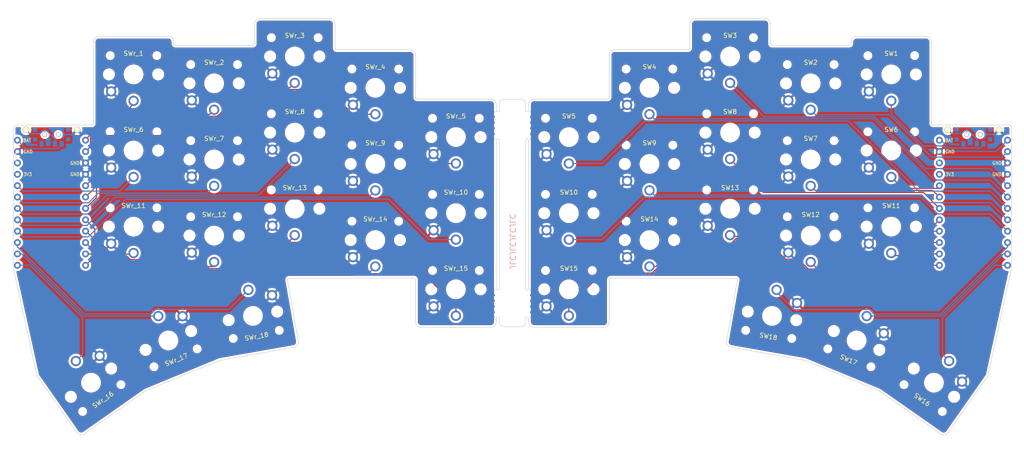
<source format=kicad_pcb>
(kicad_pcb (version 20211014) (generator pcbnew)
  (layers (0 "F.Cu" signal) (31 "B.Cu" signal) (34 "B.Paste" user) (35 "F.Paste" user) (36 "B.SilkS" user "B.Silkscreen") (37 "F.SilkS" user "F.Silkscreen") (38 "B.Mask" user) (39 "F.Mask" user) (44 "Edge.Cuts" user))
  (net 0 "")
  (net 1 "BT+")
  (net 2 "BT+_r")
  (net 3 "gnd")
  (net 4 "Switch1")
  (net 5 "Switch2")
  (net 6 "Switch3")
  (net 7 "Switch4")
  (net 8 "Switch5")
  (net 9 "Switch6")
  (net 10 "Switch7")
  (net 11 "Switch8")
  (net 12 "Switch9")
  (net 13 "Switch10")
  (net 14 "Switch11")
  (net 15 "Switch12")
  (net 16 "Switch13")
  (net 17 "Switch14")
  (net 18 "Switch15")
  (net 19 "Switch16")
  (net 20 "Switch17")
  (net 21 "Switch18")
  (net 22 "Switch1_r")
  (net 23 "Switch2_r")
  (net 24 "Switch3_r")
  (net 25 "Switch4_r")
  (net 26 "Switch5_r")
  (net 27 "Switch6_r")
  (net 28 "Switch7_r")
  (net 29 "Switch8_r")
  (net 30 "Switch9_r")
  (net 31 "Switch10_r")
  (net 32 "Switch11_r")
  (net 33 "Switch12_r")
  (net 34 "Switch13_r")
  (net 35 "Switch14_r")
  (net 36 "Switch15_r")
  (net 37 "Switch16_r")
  (net 38 "Switch17_r")
  (net 39 "Switch18_r")
  (net 41 "raw")
  (net 44 "reset")
  (net 46 "reset_r")
  (net 47 "gnd_r")
  (net 48 "raw_r")
  (footprint "kbd:1pin_conn" (layer "F.Cu") (at 250.105082 72.891423)
    (fp_text reference "Bat+1" hide)
    (fp_text value "MountingHole_Pad" hide)
  )
  (footprint "keyswitches:Khail_SW_sweep" (layer "F.Cu") (at 86.24822 96.52626)
    (fp_text reference "SWr_12")
    (fp_text value "SW_Push" hide)
  )
  (footprint "clipboard:2b471bad-edbf-44fe-a5a3-8940bcf5d975" (layer "F.Cu") (at 131.64566 66.02476)
    (fp_text reference "" hide)
    (fp_text value "" hide)
    (fp_arc (start 0 0) (mid -0.279058 -0.095266) (end -0.400406 -0.364011) (layer "Edge.Cuts") (width 0.12))
  )
  (footprint "keyswitches:Khail_SW_sweep" (layer "F.Cu") (at 58.7502 129.37744 -145)
    (fp_text reference "SWr_16")
    (fp_text value "SW_Push" hide)
  )
  (footprint "kbd:ProMicro_v3" (layer "F.Cu") (at 49.92114 89.7001)
    (fp_text reference "U2" hide)
    (fp_text value "ProMicro-kbd" hide)
  )
  (footprint "keyswitches:Khail_SW_sweep" (layer "F.Cu") (at 68.24822 94.52626)
    (fp_text reference "SWr_11")
    (fp_text value "SW_Push" hide)
  )
  (footprint "keyswitches:Khail_SW_sweep" (layer "F.Cu") (at 68.24822 77.52626)
    (fp_text reference "SWr_6")
    (fp_text value "SW_Push" hide)
  )
  (footprint "keyswitches:Khail_SW_sweep" (layer "F.Cu") (at 183.476942 63.527303)
    (fp_text reference "SW4")
    (fp_text value "SW_Push" hide)
  )
  (footprint "keyswitches:SW_SPDT" (layer "F.Cu") (at 49.94622 73.96134)
    (fp_text reference "SW_POWERR1" hide)
    (fp_text value "SW_SPDT")
  )
  (footprint "Keebio-Parts.pretty-master:breakaway-mousebites" (layer "F.Cu") (at 149.359877 71.918095 -90)
    (fp_text reference "H10" hide)
    (fp_text value "Mousebites" hide)
  )
  (footprint "keyswitches:Khail_SW_sweep" (layer "F.Cu") (at 165.476942 91.527303)
    (fp_text reference "SW10")
    (fp_text value "SW_Push" hide)
  )
  (footprint "keyswitches:Khail_SW_sweep" (layer "F.Cu") (at 104.24822 90.52626)
    (fp_text reference "SWr_13")
    (fp_text value "SW_Push" hide)
  )
  (footprint "Keebio-Parts.pretty-master:breakaway-mousebites" (layer "F.Cu") (at 149.358727 111.718095 -90)
    (fp_text reference "H1" hide)
    (fp_text value "Mousebites" hide)
  )
  (footprint "keyswitches:Khail_SW_sweep" (layer "F.Cu") (at 210.845042 114.461063 170)
    (fp_text reference "SW18")
    (fp_text value "SW_Push" hide)
  )
  (footprint "keyswitches:Khail_SW_sweep" (layer "F.Cu") (at 122.24822 63.52626)
    (fp_text reference "SWr_4")
    (fp_text value "SW_Push" hide)
  )
  (footprint "Keebio-Parts.pretty-master:breakaway-mousebites" (layer "F.Cu") (at 155.859877 111.728095 -90)
    (fp_text reference "H2" hide)
    (fp_text value "Mousebites" hide)
  )
  (footprint "clipboard:2b471bad-edbf-44fe-a5a3-8940bcf5d975" (layer "F.Cu") (at 102.62616 106.42854 -90)
    (fp_text reference "" hide)
    (fp_text value "" hide)
    (fp_arc (start 0 0) (mid -0.279058 -0.095266) (end -0.400406 -0.364011) (layer "Edge.Cuts") (width 0.12))
  )
  (footprint "keyswitches:Khail_SW_sweep" (layer "F.Cu") (at 183.476942 80.527303)
    (fp_text reference "SW9")
    (fp_text value "SW_Push" hide)
  )
  (footprint "keyswitches:Khail_SW_sweep" (layer "F.Cu") (at 140.24822 108.52626)
    (fp_text reference "SWr_15")
    (fp_text value "SW_Push" hide)
  )
  (footprint "kbd:1pin_conn" (layer "F.Cu") (at 55.65394 72.90054)
    (fp_text reference "BatGND2" hide)
    (fp_text value "MountingHole_Pad" hide)
  )
  (footprint "clipboard:2b471bad-edbf-44fe-a5a3-8940bcf5d975" (layer "F.Cu") (at 77.6478 54.0258)
    (fp_text reference "" hide)
    (fp_text value "" hide)
    (fp_arc (start 0 0) (mid -0.279058 -0.095266) (end -0.400406 -0.364011) (layer "Edge.Cuts") (width 0.12))
  )
  (footprint "keyswitches:Khail_SW_sweep" (layer "F.Cu") (at 104.24822 56.52626)
    (fp_text reference "SWr_3")
    (fp_text value "SW_Push" hide)
  )
  (footprint "keyswitches:Khail_SW_sweep" (layer "F.Cu") (at 237.476942 94.52626)
    (fp_text reference "SW11")
    (fp_text value "SW_Push" hide)
  )
  (footprint "kbd:ProMicro_v3" (layer "F.Cu") (at 255.836382 89.701143)
    (fp_text reference "U1" hide)
    (fp_text value "ProMicro-kbd" hide)
  )
  (footprint "clipboard:2b471bad-edbf-44fe-a5a3-8940bcf5d975" (layer "F.Cu") (at 113.64976 55.02656)
    (fp_text reference "" hide)
    (fp_text value "" hide)
    (fp_arc (start 0 0) (mid -0.279058 -0.095266) (end -0.400406 -0.364011) (layer "Edge.Cuts") (width 0.12))
  )
  (footprint "keyswitches:Khail_SW_sweep" (layer "F.Cu") (at 86.24822 79.52626)
    (fp_text reference "SWr_7")
    (fp_text value "SW_Push" hide)
  )
  (footprint "keyswitches:Khail_SW_sweep" (layer "F.Cu") (at 237.476942 60.52626)
    (fp_text reference "SW1")
    (fp_text value "SW_Push" hide)
  )
  (footprint "keyswitches:Khail_SW_sweep" (layer "F.Cu") (at 122.24822 97.52626)
    (fp_text reference "SWr_14")
    (fp_text value "SW_Push" hide)
  )
  (footprint "keyswitches:Khail_SW_sweep" (layer "F.Cu") (at 237.476942 77.52626)
    (fp_text reference "SW6")
    (fp_text value "SW_Push" hide)
  )
  (footprint "keyswitches:Khail_SW_sweep" (layer "F.Cu") (at 165.476942 74.527303)
    (fp_text reference "SW5")
    (fp_text value "SW_Push" hide)
  )
  (footprint "keyswitches:Khail_SW_sweep" (layer "F.Cu") (at 122.24822 80.52626)
    (fp_text reference "SWr_9")
    (fp_text value "SW_Push" hide)
  )
  (footprint "keyswitches:Khail_SW_sweep" (layer "F.Cu") (at 219.476942 79.527303)
    (fp_text reference "SW7")
    (fp_text value "SW_Push" hide)
  )
  (footprint "keyswitches:Khail_SW_sweep" (layer "F.Cu") (at 104.24822 73.52626)
    (fp_text reference "SWr_8")
    (fp_text value "SW_Push" hide)
  )
  (footprint "keyswitches:Khail_SW_sweep" (layer "F.Cu") (at 76.02728 119.9515 -157.5)
    (fp_text reference "SWr_17")
    (fp_text value "SW_Push" hide)
  )
  (footprint "kbd:1pin_conn" (layer "F.Cu") (at 44.2214 72.90054)
    (fp_text reference "Bat+r1" hide)
    (fp_text value "MountingHole_Pad" hide)
  )
  (footprint "keyswitches:Khail_SW_sweep" (layer "F.Cu") (at 165.476942 108.527303)
    (fp_text reference "SW15")
    (fp_text value "SW_Push" hide)
  )
  (footprint "keyswitches:Khail_SW_sweep" (layer "F.Cu") (at 140.24822 91.52626)
    (fp_text reference "SWr_10")
    (fp_text value "SW_Push" hide)
  )
  (footprint "keyswitches:Khail_SW_sweep" (layer "F.Cu") (at 219.476942 62.527303)
    (fp_text reference "SW2")
    (fp_text value "SW_Push" hide)
  )
  (footprint "keyswitches:Khail_SW_sweep" (layer "F.Cu") (at 140.24822 74.52626)
    (fp_text reference "SWr_5")
    (fp_text value "SW_Push" hide)
  )
  (footprint "keyswitches:Khail_SW_sweep" (layer "F.Cu") (at 68.24822 60.52626)
    (fp_text reference "SWr_1")
    (fp_text value "SW_Push" hide)
  )
  (footprint "clipboard:2b471bad-edbf-44fe-a5a3-8940bcf5d975" (layer "F.Cu") (at 95.25254 53.62448 90)
    (fp_text reference "" hide)
    (fp_text value "" hide)
    (fp_arc (start 0 0) (mid -0.279058 -0.095266) (end -0.400406 -0.364011) (layer "Edge.Cuts") (width 0.12))
  )
  (footprint "keyswitches:Khail_SW_sweep" (layer "F.Cu") (at 86.24822 62.52626)
    (fp_text reference "SWr_2")
    (fp_text value "SW_Push" hide)
  )
  (footprint "keyswitches:Khail_SW_sweep" (layer "F.Cu") (at 201.476942 90.527303)
    (fp_text reference "SW13")
    (fp_text value "SW_Push" hide)
  )
  (footprint "keyswitches:Khail_SW_sweep" (layer "F.Cu") (at 201.476942 56.527303)
    (fp_text reference "SW3")
    (fp_text value "SW_Push" hide)
  )
  (footprint "clipboard:2b471bad-edbf-44fe-a5a3-8940bcf5d975" (layer "F.Cu") (at 59.25312 71.43496 90)
    (fp_text reference "" hide)
    (fp_text value "" hide)
    (fp_arc (start 0 0) (mid -0.279058 -0.095266) (end -0.400406 -0.364011) (layer "Edge.Cuts") (width 0.12))
  )
  (footprint "keyswitches:SW_SPDT" (layer "F.Cu") (at 255.822982 73.945523)
    (fp_text reference "SW_POWER1" hide)
    (fp_text value "SW_SPDT")
  )
  (footprint "keyswitches:Khail_SW_sweep" (layer "F.Cu") (at 94.91472 114.46002 -170)
    (fp_text reference "SWr_18")
    (fp_text value "SW_Push" hide)
  )
  (footprint "keyswitches:Khail_SW_sweep" (layer "F.Cu") (at 183.476942 97.527303)
    (fp_text reference "SW14")
    (fp_text value "SW_Push" hide)
  )
  (footprint "keyswitches:Khail_SW_sweep" (layer "F.Cu") (at 201.476942 73.527303)
    (fp_text reference "SW8")
    (fp_text value "SW_Push" hide)
  )
  (footprint "Keebio-Parts.pretty-master:breakaway-mousebites" (layer "F.Cu") (at 155.868727 71.908095 -90)
    (fp_text reference "H9" hide)
    (fp_text value "Mousebites" hide)
  )
  (footprint "keyswitches:Khail_SW_sweep" (layer "F.Cu") (at 247.009562 129.378483 145)
    (fp_text reference "SW16")
    (fp_text value "SW_Push" hide)
  )
  (footprint "keyswitches:Khail_SW_sweep" (layer "F.Cu") (at 229.732482 119.952543 157.5)
    (fp_text reference "SW17")
    (fp_text value "SW_Push" hide)
  )
  (footprint "keyswitches:Khail_SW_sweep" (layer "F.Cu") (at 219.476942 96.527303)
    (fp_text reference "SW12")
    (fp_text value "SW_Push" hide)
  )
  (footprint "kbd:1pin_conn" (layer "F.Cu") (at 261.539422 72.899043)
    (fp_text reference "BatGND1" hide)
    (fp_text value "MountingHole_Pad" hide)
  )
  (footprint "clipboard:2b471bad-edbf-44fe-a5a3-8940bcf5d975" (layer "F.Cu") (at 130.852117 106.026574 180)
    (fp_text reference "" hide)
    (fp_text value "" hide)
    (fp_arc (start 0 0) (mid -0.279058 -0.095266) (end -0.400406 -0.364011) (layer "Edge.Cuts") (width 0.12))
  )
  (footprint "clipboard:2b471bad-edbf-44fe-a5a3-8940bcf5d975" (layer "B.Cu") (at 174.883919 106.026574)
    (fp_text reference "" hide)
    (fp_text value "" hide)
    (fp_arc (start -0.400406 0.364011) (mid -0.279058 0.095266) (end 0 0) (layer "Edge.Cuts") (width 0.12))
  )
  (footprint "clipboard:2b471bad-edbf-44fe-a5a3-8940bcf5d975" (layer "B.Cu") (at 192.086276 55.02656 180)
    (fp_text reference "" hide)
    (fp_text value "" hide)
    (fp_arc (start -0.400406 0.364011) (mid -0.279058 0.095266) (end 0 0) (layer "Edge.Cuts") (width 0.12))
  )
  (footprint "clipboard:2b471bad-edbf-44fe-a5a3-8940bcf5d975" (layer "B.Cu") (at 246.482916 71.43496 90)
    (fp_text reference "" hide)
    (fp_text value "" hide)
    (fp_arc (start -0.400406 0.364011) (mid -0.279058 0.095266) (end 0 0) (layer "Edge.Cuts") (width 0.12))
  )
  (footprint "clipboard:2b471bad-edbf-44fe-a5a3-8940bcf5d975" (layer "B.Cu") (at 228.088236 54.0258 180)
    (fp_text reference "" hide)
    (fp_text value "" hide)
    (fp_arc (start -0.400406 0.364011) (mid -0.279058 0.095266) (end 0 0) (layer "Edge.Cuts") (width 0.12))
  )
  (footprint "clipboard:2b471bad-edbf-44fe-a5a3-8940bcf5d975" (layer "B.Cu") (at 210.483496 53.62448 90)
    (fp_text reference "" hide)
    (fp_text value "" hide)
    (fp_arc (start -0.400406 0.364011) (mid -0.279058 0.095266) (end 0 0) (layer "Edge.Cuts") (width 0.12))
  )
  (footprint "clipboard:2b471bad-edbf-44fe-a5a3-8940bcf5d975" (layer "B.Cu") (at 174.090376 66.02476 180)
    (fp_text reference "" hide)
    (fp_text value "" hide)
    (fp_arc (start -0.400406 0.364011) (mid -0.279058 0.095266) (end 0 0) (layer "Edge.Cuts") (width 0.12))
  )
  (footprint "clipboard:2b471bad-edbf-44fe-a5a3-8940bcf5d975" (layer "B.Cu") (at 203.109876 106.42854 -90)
    (fp_text reference "" hide)
    (fp_text value "" hide)
    (fp_arc (start -0.400406 0.364011) (mid -0.279058 0.095266) (end 0 0) (layer "Edge.Cuts") (width 0.12))
  )
  (gr_line (start 247.89892 80.31353) (end 247.89892 77.74051) (layer "F.SilkS") (width 0.15))
  (gr_line (start 41.98366 80.31226) (end 41.98366 77.73924) (layer "F.SilkS") (width 0.15))
  (gr_line (start 156.488176 68.555233) (end 156.490716 67.26682) (layer "Edge.Cuts") (width 0.12))
  (gr_line (start 41.38556 96.05772) (end 41.37356 103.67772) (layer "Edge.Cuts") (width 0.12))
  (gr_line (start 155.774436 67) (end 155.772027 68.555233) (layer "Edge.Cuts") (width 0.12))
  (gr_curve (pts (xy 149.605945 74.91405) (xy 149.803698 74.91405) (xy 149.964009 75.07436) (xy 149.964009 75.272113)) (layer "Edge.Cuts") (width 0.12))
  (gr_curve (pts (xy 149.964009 75.272113) (xy 149.964009 75.272113) (xy 149.964009 108.369749) (xy 149.964009 108.369749)) (layer "Edge.Cuts") (width 0.12))
  (gr_line (start 264.362476 103.67772) (end 264.350476 96.05772) (layer "Edge.Cuts") (width 0.12))
  (gr_line (start 157.725156 66.02476) (end 174.090376 66.02476) (layer "Edge.Cuts") (width 0.12))
  (gr_line (start 77.6478 54.0258) (end 94.888529 54.024886) (layer "Edge.Cuts") (width 0.12))
  (gr_arc (start 59.25312 53.26126) (mid 59.618489 52.386801) (end 60.49518 52.02682) (layer "Edge.Cuts") (width 0.12))
  (gr_arc (start 174.489156 56.26862) (mid 174.849138 55.39193) (end 175.723596 55.02656) (layer "Edge.Cuts") (width 0.12))
  (gr_curve (pts (xy 156.488176 75.272113) (xy 156.488176 75.07436) (xy 156.327866 74.91405) (xy 156.130113 74.91405)) (layer "Edge.Cuts") (width 0.12))
  (gr_line (start 57.26938 140.7922) (end 70.9422 131.2164) (layer "Edge.Cuts") (width 0.12))
  (gr_line (start 130.852117 106.026574) (end 102.990171 106.028134) (layer "Edge.Cuts") (width 0.12))
  (gr_arc (start 57.26938 140.7922) (mid 56.347491 140.997295) (end 55.550384 140.490772) (layer "Edge.Cuts") (width 0.12))
  (gr_arc (start 95.25508 49.26076) (mid 95.62045 48.386302) (end 96.49714 48.02632) (layer "Edge.Cuts") (width 0.12))
  (gr_curve (pts (xy 149.24786 75.272113) (xy 149.24786 75.07436) (xy 149.40817 74.91405) (xy 149.605923 74.91405)) (layer "Edge.Cuts") (width 0.12))
  (gr_arc (start 76.013881 52.027211) (mid 76.888339 52.392581) (end 77.248321 53.269271) (layer "Edge.Cuts") (width 0.12))
  (gr_curve (pts (xy 149.24786 108.369749) (xy 149.24786 108.369749) (xy 149.24786 75.272113) (xy 149.24786 75.272113)) (layer "Edge.Cuts") (width 0.12))
  (gr_arc (start 46.8122 128.01854) (mid 46.682962 127.788809) (end 46.601316 127.538185) (layer "Edge.Cuts") (width 0.12))
  (gr_line (start 202.745865 106.028134) (end 174.883919 106.026574) (layer "Edge.Cuts") (width 0.12))
  (gr_arc (start 157.730236 117.02542) (mid 156.853546 116.665438) (end 156.488176 115.79098) (layer "Edge.Cuts") (width 0.12))
  (gr_arc (start 149.24786 115.79098) (mid 148.88249 116.665438) (end 148.0058 117.02542) (layer "Edge.Cuts") (width 0.12))
  (gr_line (start 263.600476 71.83572) (end 246.846927 71.835366) (layer "Edge.Cuts") (width 0.12))
  (gr_line (start 41.38556 72.58572) (end 41.38556 80.56372) (layer "Edge.Cuts") (width 0.12))
  (gr_line (start 264.350476 80.56372) (end 264.350476 72.58572) (layer "Edge.Cuts") (width 0.12))
  (gr_line (start 105.03154 120.04997) (end 102.62616 106.42854) (layer "Edge.Cuts") (width 0.12))
  (gr_curve (pts (xy 149.605945 114.728566) (xy 149.803698 114.728566) (xy 149.964009 114.888876) (xy 149.964009 115.086629)) (layer "Edge.Cuts") (width 0.12))
  (gr_arc (start 228.487715 53.269271) (mid 228.847697 52.392581) (end 229.722155 52.027211) (layer "Edge.Cuts") (width 0.12))
  (gr_arc (start 148.01088 66.02476) (mid 148.885338 66.39013) (end 149.24532 67.26682) (layer "Edge.Cuts") (width 0.12))
  (gr_line (start 229.722155 52.027211) (end 245.240856 52.02682) (layer "Edge.Cuts") (width 0.12))
  (gr_curve (pts (xy 154.877568 66.11277) (xy 154.877568 66.11277) (xy 150.84883 66.11277) (xy 150.84883 66.11277)) (layer "Edge.Cuts") (width 0.12))
  (gr_line (start 203.109876 106.42854) (end 200.704496 120.04997) (layer "Edge.Cuts") (width 0.12))
  (gr_curve (pts (xy 149.964009 108.369749) (xy 149.964009 108.567502) (xy 149.803698 108.727813) (xy 149.605945 108.727813)) (layer "Edge.Cuts") (width 0.12))
  (gr_line (start 46.8122 128.01854) (end 55.550384 140.490772) (layer "Edge.Cuts") (width 0.12))
  (gr_line (start 59.25312 71.43496) (end 59.25312 53.26126) (layer "Edge.Cuts") (width 0.12))
  (gr_line (start 87.55126 124.37872) (end 104.032549 121.48312) (layer "Edge.Cuts") (width 0.12))
  (gr_curve (pts (xy 150.853649 116.88723) (xy 150.853649 116.88723) (xy 154.882387 116.88723) (xy 154.882387 116.88723)) (layer "Edge.Cuts") (width 0.12))
  (gr_line (start 113.24844 49.26838) (end 113.249354 54.662549) (layer "Edge.Cuts") (width 0.12))
  (gr_line (start 96.49714 48.02632) (end 112.014 48.02632) (layer "Edge.Cuts") (width 0.12))
  (gr_curve (pts (xy 149.605923 68.913296) (xy 149.40817 68.913296) (xy 149.24786 68.752986) (xy 149.24786 68.555233)) (layer "Edge.Cuts") (width 0.12))
  (gr_line (start 173.252176 117.02542) (end 157.730236 117.02542) (layer "Edge.Cuts") (width 0.12))
  (gr_arc (start 201.703487 121.48312) (mid 200.906604 120.973842) (end 200.704496 120.04997) (layer "Edge.Cuts") (width 0.12))
  (gr_line (start 95.25254 53.62448) (end 95.25508 49.26076) (layer "Edge.Cuts") (width 0.12))
  (gr_curve (pts (xy 149.24786 115.086629) (xy 149.24786 114.888876) (xy 149.40817 114.728566) (xy 149.605923 114.728566)) (layer "Edge.Cuts") (width 0.12))
  (gr_curve (pts (xy 155.772027 75.272113) (xy 155.772027 75.272113) (xy 155.772027 108.369749) (xy 155.772027 108.369749)) (layer "Edge.Cuts") (width 0.12))
  (gr_line (start 131.24688 56.26862) (end 131.245254 65.660749) (layer "Edge.Cuts") (width 0.12))
  (gr_line (start 175.723596 55.02656) (end 192.086276 55.02656) (layer "Edge.Cuts") (width 0.12))
  (gr_curve (pts (xy 156.130113 108.727813) (xy 156.327866 108.727813) (xy 156.488176 108.567502) (xy 156.488176 108.369749)) (layer "Edge.Cuts") (width 0.12))
  (gr_line (start 264.350476 96.05772) (end 264.350476 88.69172) (layer "Edge.Cuts") (width 0.12))
  (gr_line (start 41.38556 88.69172) (end 41.38556 96.05772) (layer "Edge.Cuts") (width 0.12))
  (gr_line (start 174.483513 106.390585) (end 174.486616 115.78336) (layer "Edge.Cuts") (width 0.12))
  (gr_arc (start 174.486616 115.78336) (mid 174.126634 116.66005) (end 173.252176 117.02542) (layer "Edge.Cuts") (width 0.12))
  (gr_arc (start 112.014 48.02632) (mid 112.888458 48.39169) (end 113.24844 49.26838) (layer "Edge.Cuts") (width 0.12))
  (gr_arc (start 130.01244 55.02656) (mid 130.886898 55.39193) (end 131.24688 56.26862) (layer "Edge.Cuts") (width 0.12))
  (gr_arc (start 245.240856 52.02682) (mid 246.117547 52.386801) (end 246.482916 53.26126) (layer "Edge.Cuts") (width 0.12))
  (gr_line (start 201.703487 121.48312) (end 218.184776 124.37872) (layer "Edge.Cuts") (width 0.12))
  (gr_arc (start 132.48386 117.02542) (mid 131.609402 116.66005) (end 131.24942 115.78336) (layer "Edge.Cuts") (width 0.12))
  (gr_arc (start 156.490716 67.26682) (mid 156.850698 66.39013) (end 157.725156 66.02476) (layer "Edge.Cuts") (width 0.12))
  (gr_line (start 149.966418 116) (end 149.964009 115.086629) (layer "Edge.Cuts") (width 0.12))
  (gr_arc (start 192.487596 49.26838) (mid 192.847578 48.39169) (end 193.722036 48.02632) (layer "Edge.Cuts") (width 0.12))
  (gr_line (start 174.490782 65.660749) (end 174.489156 56.26862) (layer "Edge.Cuts") (width 0.12))
  (gr_line (start 149.24532 67.26682) (end 149.24786 68.555233) (layer "Edge.Cuts") (width 0.12))
  (gr_line (start 218.184776 124.37872) (end 234.793836 131.2164) (layer "Edge.Cuts") (width 0.12))
  (gr_arc (start 209.238896 48.02632) (mid 210.115586 48.386302) (end 210.480956 49.26076) (layer "Edge.Cuts") (width 0.12))
  (gr_curve (pts (xy 156.130113 68.913296) (xy 156.327866 68.913296) (xy 156.488176 68.752986) (xy 156.488176 68.555233)) (layer "Edge.Cuts") (width 0.12))
  (gr_line (start 193.722036 48.02632) (end 209.238896 48.02632) (layer "Edge.Cuts") (width 0.12))
  (gr_line (start 58.889109 71.835366) (end 42.13556 71.83572) (layer "Edge.Cuts") (width 0.12))
  (gr_curve (pts (xy 156.488176 108.369749) (xy 156.488176 108.369749) (xy 156.488176 75.272113) (xy 156.488176 75.272113)) (layer "Edge.Cuts") (width 0.12))
  (gr_line (start 149.964009 68.555233) (end 149.9616 67) (layer "Edge.Cuts") (width 0.12))
  (gr_line (start 149.24786 115.086629) (end 149.24786 115.79098) (layer "Edge.Cuts") (width 0.12))
  (gr_curve (pts (xy 155.769618 116) (xy 155.769618 116.490003) (xy 155.372391 116.88723) (xy 154.882387 116.88723)) (layer "Edge.Cuts") (width 0.12))
  (gr_line (start 259.13472 127.538185) (end 264.362476 103.67772) (layer "Edge.Cuts") (width 0.12))
  (gr_line (start 192.486682 54.662549) (end 192.487596 49.26838) (layer "Edge.Cuts") (width 0.12))
  (gr_arc (start 105.03154 120.04997) (mid 104.829432 120.973842) (end 104.032549 121.48312) (layer "Edge.Cuts") (width 0.12))
  (gr_line (start 228.488642 53.661789) (end 228.487715 53.269271) (layer "Edge.Cuts") (width 0.12))
  (gr_curve (pts (xy 156.130091 114.728566) (xy 155.932338 114.728566) (xy 155.772027 114.888876) (xy 155.772027 115.086629)) (layer "Edge.Cuts") (width 0.12))
  (gr_curve (pts (xy 154.887206 66.11277) (xy 155.37721 66.11277) (xy 155.774436 66.509997) (xy 155.774436 67)) (layer "Edge.Cuts") (width 0.12))
  (gr_curve (pts (xy 156.488176 115.086629) (xy 156.488176 114.888876) (xy 156.327866 114.728566) (xy 156.130113 114.728566)) (layer "Edge.Cuts") (width 0.12))
  (gr_curve (pts (xy 155.772027 68.555233) (xy 155.772027 68.752986) (xy 155.932338 68.913296) (xy 156.130091 68.913296)) (layer "Edge.Cuts") (width 0.12))
  (gr_curve (pts (xy 149.605923 108.727813) (xy 149.40817 108.727813) (xy 149.24786 108.567502) (xy 149.24786 108.369749)) (layer "Edge.Cuts") (width 0.12))
  (gr_line (start 77.248321 53.269271) (end 77.247394 53.661789) (layer "Edge.Cuts") (width 0.12))
  (gr_curve (pts (xy 150.84883 66.11277) (xy 150.358826 66.11277) (xy 149.9616 66.509997) (xy 149.9616 67)) (layer "Edge.Cuts") (width 0.12))
  (gr_arc (start 250.185652 140.490772) (mid 249.388546 140.997295) (end 248.466656 140.7922) (layer "Edge.Cuts") (width 0.12))
  (gr_line (start 264.350476 88.69172) (end 264.350476 80.56372) (layer "Edge.Cuts") (width 0.12))
  (gr_arc (start 259.13472 127.538185) (mid 259.053074 127.788809) (end 258.923836 128.01854) (layer "Edge.Cuts") (width 0.12))
  (gr_line (start 70.9422 131.2164) (end 87.55126 124.37872) (layer "Edge.Cuts") (width 0.12))
  (gr_line (start 113.64976 55.02656) (end 130.01244 55.02656) (layer "Edge.Cuts") (width 0.12))
  (gr_line (start 148.0058 117.02542) (end 132.48386 117.02542) (layer "Edge.Cuts") (width 0.12))
  (gr_line (start 210.480956 49.26076) (end 210.483496 53.62448) (layer "Edge.Cuts") (width 0.12))
  (gr_curve (pts (xy 155.772027 108.369749) (xy 155.772027 108.567502) (xy 155.932338 108.727813) (xy 156.130091 108.727813)) (layer "Edge.Cuts") (width 0.12))
  (gr_line (start 41.37356 103.67772) (end 46.601316 127.538185) (layer "Edge.Cuts") (width 0.12))
  (gr_line (start 234.793836 131.2164) (end 248.466656 140.7922) (layer "Edge.Cuts") (width 0.12))
  (gr_line (start 246.482916 53.26126) (end 246.482916 71.43496) (layer "Edge.Cuts") (width 0.12))
  (gr_arc (start 41.38556 72.58572) (mid 41.60523 72.05539) (end 42.13556 71.83572) (layer "Edge.Cuts") (width 0.12))
  (gr_curve (pts (xy 149.964009 68.555233) (xy 149.964009 68.752986) (xy 149.803698 68.913296) (xy 149.605945 68.913296)) (layer "Edge.Cuts") (width 0.12))
  (gr_line (start 156.488176 115.79098) (end 156.488176 115.086629) (layer "Edge.Cuts") (width 0.12))
  (gr_line (start 131.64566 66.02476) (end 148.01088 66.02476) (layer "Edge.Cuts") (width 0.12))
  (gr_line (start 41.38556 80.56372) (end 41.38556 88.69172) (layer "Edge.Cuts") (width 0.12))
  (gr_line (start 250.185652 140.490772) (end 258.923836 128.01854) (layer "Edge.Cuts") (width 0.12))
  (gr_curve (pts (xy 149.966418 116) (xy 149.966418 116.490003) (xy 150.363645 116.88723) (xy 150.853649 116.88723)) (layer "Edge.Cuts") (width 0.12))
  (gr_arc (start 263.600476 71.83572) (mid 264.130825 72.055371) (end 264.350476 72.58572) (layer "Edge.Cuts") (width 0.12))
  (gr_line (start 60.49518 52.02682) (end 76.013881 52.027211) (layer "Edge.Cuts") (width 0.12))
  (gr_curve (pts (xy 156.130091 74.91405) (xy 155.932338 74.91405) (xy 155.772027 75.07436) (xy 155.772027 75.272113)) (layer "Edge.Cuts") (width 0.12))
  (gr_line (start 210.847507 54.024886) (end 228.088236 54.0258) (layer "Edge.Cuts") (width 0.12))
  (gr_line (start 155.772027 115.086629) (end 155.769618 116) (layer "Edge.Cuts") (width 0.12))
  (gr_line (start 131.24942 115.78336) (end 131.252523 106.390585) (layer "Edge.Cuts") (width 0.12))
  (gr_text "JLCJLCJLCJLC" (at 152.91308 97.85858 -90) (layer "B.SilkS") (effects (font (size 1.2 1.2) (thickness 0.2)) (justify mirror)))
  (segment (start 256.572982 76.020523) (end 256.572982 74.911783) (width 0.25) (layer "B.Cu") (net 1))
  (segment (start 256.572982 74.911783) (end 254.782201 73.121002) (width 0.25) (layer "B.Cu") (net 1))
  (segment (start 254.782201 73.121002) (end 253.865843 73.121002) (width 0.25) (layer "B.Cu") (net 1))
  (segment (start 253.239442 73.747403) (end 250.961062 73.747403) (width 0.25) (layer "B.Cu") (net 1))
  (segment (start 250.961062 73.747403) (end 250.105082 72.891423) (width 0.25) (layer "B.Cu") (net 1))
  (segment (start 253.865843 73.121002) (end 253.239442 73.747403) (width 0.25) (layer "B.Cu") (net 1))
  (segment (start 50.69622 74.95576) (end 48.877279 73.136819) (width 0.25) (layer "B.Cu") (net 2))
  (segment (start 45.05222 73.7616) (end 44.2318 72.94118) (width 0.25) (layer "B.Cu") (net 2))
  (segment (start 47.36338 73.7616) (end 45.05222 73.7616) (width 0.25) (layer "B.Cu") (net 2))
  (segment (start 47.988161 73.136819) (end 47.36338 73.7616) (width 0.25) (layer "B.Cu") (net 2))
  (segment (start 48.877279 73.136819) (end 47.988161 73.136819) (width 0.25) (layer "B.Cu") (net 2))
  (segment (start 50.69622 76.03634) (end 50.69622 74.95576) (width 0.25) (layer "B.Cu") (net 2))
  (segment (start 237.476912 66.427032) (end 237.476912 69.348833) (width 0.25) (layer "B.Cu") (net 4))
  (segment (start 260.954545 77.71638) (end 263.447782 75.223143) (width 0.25) (layer "B.Cu") (net 4))
  (segment (start 244.641542 76.513463) (end 249.233144 76.513463) (width 0.25) (layer "B.Cu") (net 4))
  (segment (start 250.436061 77.71638) (end 260.954545 77.71638) (width 0.25) (layer "B.Cu") (net 4))
  (segment (start 249.233144 76.513463) (end 250.436061 77.71638) (width 0.25) (layer "B.Cu") (net 4))
  (segment (start 237.476912 69.348833) (end 244.641542 76.513463) (width 0.25) (layer "B.Cu") (net 4))
  (segment (start 220.593863 69.543983) (end 237.036344 69.543983) (width 0.25) (layer "B.Cu") (net 5))
  (segment (start 237.036344 69.543983) (end 246.488901 78.99654) (width 0.25) (layer "B.Cu") (net 5))
  (segment (start 262.214385 78.99654) (end 263.447782 77.763143) (width 0.25) (layer "B.Cu") (net 5))
  (segment (start 246.488901 78.99654) (end 262.214385 78.99654) (width 0.25) (layer "B.Cu") (net 5))
  (segment (start 219.476912 68.427032) (end 220.593863 69.543983) (width 0.25) (layer "B.Cu") (net 5))
  (segment (start 259.620002 81.555363) (end 263.447782 85.383143) (width 0.25) (layer "B.Cu") (net 6))
  (segment (start 233.691822 69.993503) (end 245.253682 81.555363) (width 0.25) (layer "B.Cu") (net 6))
  (segment (start 201.476912 62.427032) (end 209.043383 69.993503) (width 0.25) (layer "B.Cu") (net 6))
  (segment (start 209.043383 69.993503) (end 233.691822 69.993503) (width 0.25) (layer "B.Cu") (net 6))
  (segment (start 245.253682 81.555363) (end 259.620002 81.555363) (width 0.25) (layer "B.Cu") (net 6))
  (segment (start 247.190984 84.128383) (end 259.653022 84.128383) (width 0.25) (layer "B.Cu") (net 7))
  (segment (start 233.505624 70.443023) (end 247.190984 84.128383) (width 0.25) (layer "B.Cu") (net 7))
  (segment (start 184.492903 70.443023) (end 233.505624 70.443023) (width 0.25) (layer "B.Cu") (net 7))
  (segment (start 183.476912 69.427032) (end 184.492903 70.443023) (width 0.25) (layer "B.Cu") (net 7))
  (segment (start 259.653022 84.128383) (end 263.447782 87.923143) (width 0.25) (layer "B.Cu") (net 7))
  (segment (start 172.942993 80.427032) (end 177.387091 75.982934) (width 0.25) (layer "B.Cu") (net 8))
  (segment (start 243.605222 86.615043) (end 259.599682 86.615043) (width 0.25) (layer "B.Cu") (net 8))
  (segment (start 182.477483 70.892543) (end 227.882722 70.892543) (width 0.25) (layer "B.Cu") (net 8))
  (segment (start 177.387091 75.982934) (end 177.387091 75.966739) (width 0.25) (layer "B.Cu") (net 8))
  (segment (start 165.476912 80.427032) (end 172.942993 80.427032) (width 0.25) (layer "B.Cu") (net 8))
  (segment (start 177.896619 75.457211) (end 177.912815 75.457211) (width 0.25) (layer "B.Cu") (net 8))
  (segment (start 177.912815 75.457211) (end 182.477483 70.892543) (width 0.25) (layer "B.Cu") (net 8))
  (segment (start 259.599682 86.615043) (end 263.447782 90.463143) (width 0.25) (layer "B.Cu") (net 8))
  (segment (start 227.882722 70.892543) (end 243.605222 86.615043) (width 0.25) (layer "B.Cu") (net 8))
  (segment (start 177.387091 75.966739) (end 177.896619 75.457211) (width 0.25) (layer "B.Cu") (net 8))
  (segment (start 240.0365 85.98662) (end 247.624305 85.98662) (width 0.25) (layer "F.Cu") (net 9))
  (segment (start 237.476912 83.427032) (end 240.0365 85.98662) (width 0.25) (layer "F.Cu") (net 9))
  (segment (start 247.624305 85.98662) (end 248.227782 85.383143) (width 0.25) (layer "F.Cu") (net 9))
  (segment (start 220.49376 86.44388) (end 246.748519 86.44388) (width 0.25) (layer "F.Cu") (net 10))
  (segment (start 246.748519 86.44388) (end 248.227782 87.923143) (width 0.25) (layer "F.Cu") (net 10))
  (segment (start 219.476912 85.427032) (end 220.49376 86.44388) (width 0.25) (layer "F.Cu") (net 10))
  (segment (start 208.942423 86.892543) (end 220.222223 86.892543) (width 0.25) (layer "F.Cu") (net 11))
  (segment (start 220.22308 86.8934) (end 244.658039 86.8934) (width 0.25) (layer "F.Cu") (net 11))
  (segment (start 220.222223 86.892543) (end 220.22308 86.8934) (width 0.25) (layer "F.Cu") (net 11))
  (segment (start 244.658039 86.8934) (end 248.227782 90.463143) (width 0.25) (layer "F.Cu") (net 11))
  (segment (start 201.476912 79.427032) (end 208.942423 86.892543) (width 0.25) (layer "F.Cu") (net 11))
  (segment (start 245.998011 89.175363) (end 259.620002 89.175363) (width 0.25) (layer "B.Cu") (net 12))
  (segment (start 259.620002 89.175363) (end 263.447782 93.003143) (width 0.25) (layer "B.Cu") (net 12))
  (segment (start 183.476912 86.427032) (end 184.492903 87.443023) (width 0.25) (layer "B.Cu") (net 12))
  (segment (start 184.492903 87.443023) (end 244.265671 87.443023) (width 0.25) (layer "B.Cu") (net 12))
  (segment (start 244.265671 87.443023) (end 245.998011 89.175363) (width 0.25) (layer "B.Cu") (net 12))
  (segment (start 244.079473 87.892543) (end 247.884513 91.697583) (width 0.25) (layer "B.Cu") (net 13))
  (segment (start 172.926798 97.427032) (end 182.461287 87.892543) (width 0.25) (layer "B.Cu") (net 13))
  (segment (start 165.476912 97.427032) (end 172.926798 97.427032) (width 0.25) (layer "B.Cu") (net 13))
  (segment (start 182.461287 87.892543) (end 244.079473 87.892543) (width 0.25) (layer "B.Cu") (net 13))
  (segment (start 247.884513 91.697583) (end 259.602222 91.697583) (width 0.25) (layer "B.Cu") (net 13))
  (segment (start 259.602222 91.697583) (end 263.447782 95.543143) (width 0.25) (layer "B.Cu") (net 13))
  (segment (start 237.476912 100.533552) (end 237.934803 100.991443) (width 0.25) (layer "F.Cu") (net 14))
  (segment (start 240.239482 100.991443) (end 248.227782 93.003143) (width 0.25) (layer "F.Cu") (net 14))
  (segment (start 237.934803 100.991443) (end 240.239482 100.991443) (width 0.25) (layer "F.Cu") (net 14))
  (segment (start 220.594203 103.544323) (end 238.32232 103.544323) (width 0.25) (layer "F.Cu") (net 15))
  (segment (start 246.3235 95.543143) (end 248.227782 95.543143) (width 0.25) (layer "F.Cu") (net 15))
  (segment (start 219.476912 102.427032) (end 220.594203 103.544323) (width 0.25) (layer "F.Cu") (net 15))
  (segment (start 238.32232 103.544323) (end 246.3235 95.543143) (width 0.25) (layer "F.Cu") (net 15))
  (segment (start 215.083948 101.792543) (end 215.087488 101.789003) (width 0.25) (layer "F.Cu") (net 16))
  (segment (start 201.476912 96.427032) (end 201.476912 96.701383) (width 0.25) (layer "F.Cu") (net 16))
  (segment (start 208.778716 96.701383) (end 213.869876 101.792543) (width 0.25) (layer "F.Cu") (net 16))
  (segment (start 201.476912 96.701383) (end 208.778716 96.701383) (width 0.25) (layer "F.Cu") (net 16))
  (segment (start 244.419218 98.083143) (end 248.227782 98.083143) (width 0.25) (layer "F.Cu") (net 16))
  (segment (start 213.869876 101.792543) (end 215.083948 101.792543) (width 0.25) (layer "F.Cu") (net 16))
  (segment (start 218.971176 103.993843) (end 238.508518 103.993843) (width 0.25) (layer "F.Cu") (net 16))
  (segment (start 215.087488 101.789003) (end 216.766336 101.789003) (width 0.25) (layer "F.Cu") (net 16))
  (segment (start 216.766336 101.789003) (end 218.971176 103.993843) (width 0.25) (layer "F.Cu") (net 16))
  (segment (start 238.508518 103.993843) (end 244.419218 98.083143) (width 0.25) (layer "F.Cu") (net 16))
  (segment (start 218.784979 104.443363) (end 238.694715 104.443363) (width 0.25) (layer "F.Cu") (net 17))
  (segment (start 215.273685 102.238523) (end 216.580139 102.238523) (width 0.25) (layer "F.Cu") (net 17))
  (segment (start 213.683679 102.242063) (end 215.270145 102.242063) (width 0.25) (layer "F.Cu") (net 17))
  (segment (start 202.825588 97.150903) (end 208.592519 97.150903) (width 0.25) (layer "F.Cu") (net 17))
  (segment (start 189.574371 98.766403) (end 201.210088 98.766403) (width 0.25) (layer "F.Cu") (net 17))
  (segment (start 208.592519 97.150903) (end 213.683679 102.242063) (width 0.25) (layer "F.Cu") (net 17))
  (segment (start 215.270145 102.242063) (end 215.273685 102.238523) (width 0.25) (layer "F.Cu") (net 17))
  (segment (start 242.514936 100.623143) (end 248.227782 100.623143) (width 0.25) (layer "F.Cu") (net 17))
  (segment (start 183.476912 103.427032) (end 184.913741 103.427032) (width 0.25) (layer "F.Cu") (net 17))
  (segment (start 216.580139 102.238523) (end 218.784979 104.443363) (width 0.25) (layer "F.Cu") (net 17))
  (segment (start 184.913741 103.427032) (end 189.574371 98.766403) (width 0.25) (layer "F.Cu") (net 17))
  (segment (start 201.210088 98.766403) (end 202.825588 97.150903) (width 0.25) (layer "F.Cu") (net 17))
  (segment (start 238.694715 104.443363) (end 242.514936 100.623143) (width 0.25) (layer "F.Cu") (net 17))
  (segment (start 172.878393 104.892543) (end 184.083948 104.892543) (width 0.25) (layer "F.Cu") (net 18))
  (segment (start 203.011786 97.600423) (end 208.406321 97.600423) (width 0.25) (layer "F.Cu") (net 18))
  (segment (start 184.083948 104.892543) (end 189.760568 99.215923) (width 0.25) (layer "F.Cu") (net 18))
  (segment (start 165.476912 112.294024) (end 172.878393 104.892543) (width 0.25) (layer "F.Cu") (net 18))
  (segment (start 208.406321 97.600423) (end 213.497482 102.691583) (width 0.25) (layer "F.Cu") (net 18))
  (segment (start 213.497482 102.691583) (end 216.397482 102.691583) (width 0.25) (layer "F.Cu") (net 18))
  (segment (start 165.476912 114.427032) (end 165.476912 112.294024) (width 0.25) (layer "F.Cu") (net 18))
  (segment (start 216.397482 102.691583) (end 218.598782 104.892883) (width 0.25) (layer "F.Cu") (net 18))
  (segment (start 201.396286 99.215923) (end 203.011786 97.600423) (width 0.25) (layer "F.Cu") (net 18))
  (segment (start 240.610653 103.163143) (end 248.227782 103.163143) (width 0.25) (layer "F.Cu") (net 18))
  (segment (start 238.880913 104.892883) (end 240.610653 103.163143) (width 0.25) (layer "F.Cu") (net 18))
  (segment (start 189.760568 99.215923) (end 201.396286 99.215923) (width 0.25) (layer "F.Cu") (net 18))
  (segment (start 218.598782 104.892883) (end 238.880913 104.892883) (width 0.25) (layer "F.Cu") (net 18))
  (segment (start 248.903662 114.886679) (end 260.627198 103.163143) (width 0.25) (layer "B.Cu") (net 19))
  (segment (start 260.627198 103.163143) (end 263.447782 103.163143) (width 0.25) (layer "B.Cu") (net 19))
  (segment (start 248.903021 123.055214) (end 248.903021 123.053242) (width 0.25) (layer "B.Cu") (net 19))
  (segment (start 248.901122 123.053315) (end 248.903662 123.050775) (width 0.25) (layer "B.Cu") (net 19))
  (segment (start 250.39521 124.547403) (end 248.903021 123.055214) (width 0.25) (layer "B.Cu") (net 19))
  (segment (start 248.903662 123.050775) (end 248.903662 114.886679) (width 0.25) (layer "B.Cu") (net 19))
  (segment (start 248.652706 114.501916) (end 262.53148 100.623143) (width 0.25) (layer "B.Cu") (net 20))
  (segment (start 231.990238 114.501916) (end 248.652706 114.501916) (width 0.25) (layer "B.Cu") (net 20))
  (segment (start 262.53148 100.623143) (end 263.447782 100.623143) (width 0.25) (layer "B.Cu") (net 20))
  (segment (start 211.869549 108.650969) (end 211.869549 109.100477) (width 0.25) (layer "B.Cu") (net 21))
  (segment (start 217.052375 113.036405) (end 232.597274 113.036405) (width 0.25) (layer "B.Cu") (net 21))
  (segment (start 233.613265 114.052396) (end 248.466508 114.052396) (width 0.25) (layer "B.Cu") (net 21))
  (segment (start 248.466508 114.052396) (end 263.447782 99.071122) (width 0.25) (layer "B.Cu") (net 21))
  (segment (start 211.869549 109.100477) (end 215.82189 113.052818) (width 0.25) (layer "B.Cu") (net 21))
  (segment (start 217.035962 113.052818) (end 217.052375 113.036405) (width 0.25) (layer "B.Cu") (net 21))
  (segment (start 215.82189 113.052818) (end 217.035962 113.052818) (width 0.25) (layer "B.Cu") (net 21))
  (segment (start 232.597274 113.036405) (end 233.613265 114.052396) (width 0.25) (layer "B.Cu") (net 21))
  (segment (start 263.447782 99.071122) (end 263.447782 98.083143) (width 0.25) (layer "B.Cu") (net 21))
  (segment (start 63.612991 68.99246) (end 57.53254 75.072909) (width 0.25) (layer "F.Cu") (net 22))
  (segment (start 57.53254 75.072909) (end 57.53254 75.2221) (width 0.25) (layer "F.Cu") (net 22))
  (segment (start 68.28279 67.06365) (end 66.35398 68.99246) (width 0.25) (layer "F.Cu") (net 22))
  (segment (start 66.35398 68.99246) (end 63.612991 68.99246) (width 0.25) (layer "F.Cu") (net 22))
  (segment (start 68.28279 66.425989) (end 68.28279 67.06365) (width 0.25) (layer "F.Cu") (net 22))
  (segment (start 85.266799 69.44198) (end 63.799189 69.44198) (width 0.25) (layer "F.Cu") (net 23))
  (segment (start 58.619051 74.622116) (end 58.619051 76.675589) (width 0.25) (layer "F.Cu") (net 23))
  (segment (start 58.619051 76.675589) (end 57.53254 77.7621) (width 0.25) (layer "F.Cu") (net 23))
  (segment (start 63.799189 69.44198) (end 58.619051 74.622116) (width 0.25) (layer "F.Cu") (net 23))
  (segment (start 86.28279 68.425989) (end 85.266799 69.44198) (width 0.25) (layer "F.Cu") (net 23))
  (segment (start 86.93826 69.8915) (end 63.985386 69.8915) (width 0.25) (layer "F.Cu") (net 24))
  (segment (start 63.985386 69.8915) (end 59.068571 74.808314) (width 0.25) (layer "F.Cu") (net 24))
  (segment (start 93.38778 63.44198) (end 86.93826 69.8915) (width 0.25) (layer "F.Cu") (net 24))
  (segment (start 59.068571 74.808314) (end 59.068571 83.846069) (width 0.25) (layer "F.Cu") (net 24))
  (segment (start 59.068571 83.846069) (end 57.53254 85.3821) (width 0.25) (layer "F.Cu") (net 24))
  (segment (start 103.266799 63.44198) (end 93.38778 63.44198) (width 0.25) (layer "F.Cu") (net 24))
  (segment (start 104.28279 62.425989) (end 103.266799 63.44198) (width 0.25) (layer "F.Cu") (net 24))
  (segment (start 117.239667 69.425989) (end 111.705178 63.8915) (width 0.25) (layer "F.Cu") (net 25))
  (segment (start 64.171583 70.34102) (end 59.518091 74.994512) (width 0.25) (layer "F.Cu") (net 25))
  (segment (start 59.518091 74.994512) (end 59.518091 85.936549) (width 0.25) (layer "F.Cu") (net 25))
  (segment (start 122.28279 69.425989) (end 117.239667 69.425989) (width 0.25) (layer "F.Cu") (net 25))
  (segment (start 59.518091 85.936549) (end 57.53254 87.9221) (width 0.25) (layer "F.Cu") (net 25))
  (segment (start 111.705178 63.8915) (end 93.573977 63.8915) (width 0.25) (layer "F.Cu") (net 25))
  (segment (start 93.573977 63.8915) (end 87.124457 70.34102) (width 0.25) (layer "F.Cu") (net 25))
  (segment (start 87.124457 70.34102) (end 64.171583 70.34102) (width 0.25) (layer "F.Cu") (net 25))
  (segment (start 111.51898 64.34102) (end 93.760174 64.34102) (width 0.25) (layer "F.Cu") (net 26))
  (segment (start 83.905384 74.19581) (end 60.95251 74.19581) (width 0.25) (layer "F.Cu") (net 26))
  (segment (start 93.760174 64.34102) (end 83.905384 74.19581) (width 0.25) (layer "F.Cu") (net 26))
  (segment (start 117.05347 69.875509) (end 111.51898 64.34102) (width 0.25) (layer "F.Cu") (net 26))
  (segment (start 60.95251 74.19581) (end 59.967611 75.180709) (width 0.25) (layer "F.Cu") (net 26))
  (segment (start 140.28417 80.425989) (end 130.100769 80.425989) (width 0.25) (layer "F.Cu") (net 26))
  (segment (start 59.967611 88.027029) (end 57.53254 90.4621) (width 0.25) (layer "F.Cu") (net 26))
  (segment (start 59.967611 75.180709) (end 59.967611 88.027029) (width 0.25) (layer "F.Cu") (net 26))
  (segment (start 119.550289 69.875509) (end 117.05347 69.875509) (width 0.25) (layer "F.Cu") (net 26))
  (segment (start 130.100769 80.425989) (end 119.550289 69.875509) (width 0.25) (layer "F.Cu") (net 26))
  (segment (start 68.28279 83.425989) (end 65.115099 86.59368) (width 0.25) (layer "B.Cu") (net 27))
  (segment (start 65.115099 86.59368) (end 43.52412 86.59368) (width 0.25) (layer "B.Cu") (net 27))
  (segment (start 43.52412 86.59368) (end 42.31254 85.3821) (width 0.25) (layer "B.Cu") (net 27))
  (segment (start 60.35046 87.0432) (end 58.20156 89.1921) (width 0.25) (layer "B.Cu") (net 28))
  (segment (start 43.58254 89.1921) (end 42.31254 87.9221) (width 0.25) (layer "B.Cu") (net 28))
  (segment (start 58.20156 89.1921) (end 43.58254 89.1921) (width 0.25) (layer "B.Cu") (net 28))
  (segment (start 84.665579 87.0432) (end 60.35046 87.0432) (width 0.25) (layer "B.Cu") (net 28))
  (segment (start 86.28279 85.425989) (end 84.665579 87.0432) (width 0.25) (layer "B.Cu") (net 28))
  (segment (start 62.23266 87.49272) (end 58.01106 91.71432) (width 0.25) (layer "B.Cu") (net 29))
  (segment (start 58.01106 91.71432) (end 43.56476 91.71432) (width 0.25) (layer "B.Cu") (net 29))
  (segment (start 104.28279 79.425989) (end 96.216059 87.49272) (width 0.25) (layer "B.Cu") (net 29))
  (segment (start 96.216059 87.49272) (end 62.23266 87.49272) (width 0.25) (layer "B.Cu") (net 29))
  (segment (start 43.56476 91.71432) (end 42.31254 90.4621) (width 0.25) (layer "B.Cu") (net 29))
  (segment (start 43.5673 94.25686) (end 42.31254 93.0021) (width 0.25) (layer "B.Cu") (net 30))
  (segment (start 120.766539 87.94224) (end 64.17836 87.94224) (width 0.25) (layer "B.Cu") (net 30))
  (segment (start 64.17836 87.94224) (end 57.86374 94.25686) (width 0.25) (layer "B.Cu") (net 30))
  (segment (start 122.28279 86.425989) (end 120.766539 87.94224) (width 0.25) (layer "B.Cu") (net 30))
  (segment (start 57.86374 94.25686) (end 43.5673 94.25686) (width 0.25) (layer "B.Cu") (net 30))
  (segment (start 42.31254 95.5421) (end 43.58 96.80956) (width 0.25) (layer "B.Cu") (net 31))
  (segment (start 43.58 96.80956) (end 58.13044 96.80956) (width 0.25) (layer "B.Cu") (net 31))
  (segment (start 125.22176 88.39176) (end 134.255989 97.425989) (width 0.25) (layer "B.Cu") (net 31))
  (segment (start 58.13044 96.80956) (end 66.54824 88.39176) (width 0.25) (layer "B.Cu") (net 31))
  (segment (start 66.54824 88.39176) (end 125.22176 88.39176) (width 0.25) (layer "B.Cu") (net 31))
  (segment (start 134.255989 97.425989) (end 140.28417 97.425989) (width 0.25) (layer "B.Cu") (net 31))
  (segment (start 68.37931 100.532509) (end 68.238859 100.67296) (width 0.25) (layer "F.Cu") (net 32))
  (segment (start 63.419112 100.67296) (end 59.59094 96.844788) (width 0.25) (layer "F.Cu") (net 32))
  (segment (start 59.59094 95.0605) (end 57.53254 93.0021) (width 0.25) (layer "F.Cu") (net 32))
  (segment (start 68.238859 100.67296) (end 63.419112 100.67296) (width 0.25) (layer "F.Cu") (net 32))
  (segment (start 59.59094 96.844788) (end 59.59094 95.0605) (width 0.25) (layer "F.Cu") (net 32))
  (segment (start 63.232914 101.12248) (end 57.652534 95.5421) (width 0.25) (layer "F.Cu") (net 33))
  (segment (start 66.776214 101.12248) (end 63.232914 101.12248) (width 0.25) (layer "F.Cu") (net 33))
  (segment (start 80.010834 101.8915) (end 67.545234 101.8915) (width 0.25) (layer "F.Cu") (net 33))
  (segment (start 81.578674 103.45934) (end 80.010834 101.8915) (width 0.25) (layer "F.Cu") (net 33))
  (segment (start 57.652534 95.5421) (end 57.53254 95.5421) (width 0.25) (layer "F.Cu") (net 33))
  (segment (start 67.545234 101.8915) (end 66.776214 101.12248) (width 0.25) (layer "F.Cu") (net 33))
  (segment (start 85.945199 103.45934) (end 81.578674 103.45934) (width 0.25) (layer "F.Cu") (net 33))
  (segment (start 86.24821 103.156329) (end 85.945199 103.45934) (width 0.25) (layer "F.Cu") (net 33))
  (segment (start 103.240059 97.58432) (end 93.892766 97.58432) (width 0.25) (layer "F.Cu") (net 34))
  (segment (start 104.25681 96.567569) (end 103.240059 97.58432) (width 0.25) (layer "F.Cu") (net 34))
  (segment (start 66.590016 101.572) (end 63.046716 101.572) (width 0.25) (layer "F.Cu") (net 34))
  (segment (start 81.392477 103.90886) (end 79.942076 102.45846) (width 0.25) (layer "F.Cu") (net 34))
  (segment (start 59.62302 100.17258) (end 57.53254 98.0821) (width 0.25) (layer "F.Cu") (net 34))
  (segment (start 61.647296 100.17258) (end 59.62302 100.17258) (width 0.25) (layer "F.Cu") (net 34))
  (segment (start 93.892766 97.58432) (end 87.568226 103.90886) (width 0.25) (layer "F.Cu") (net 34))
  (segment (start 79.942076 102.45846) (end 67.476477 102.45846) (width 0.25) (layer "F.Cu") (net 34))
  (segment (start 87.568226 103.90886) (end 81.392477 103.90886) (width 0.25) (layer "F.Cu") (net 34))
  (segment (start 67.476477 102.45846) (end 66.590016 101.572) (width 0.25) (layer "F.Cu") (net 34))
  (segment (start 63.046716 101.572) (end 61.647296 100.17258) (width 0.25) (layer "F.Cu") (net 34))
  (segment (start 94.078964 98.03384) (end 87.754423 104.35838) (width 0.25) (layer "F.Cu") (net 35))
  (segment (start 79.755879 102.90798) (end 67.29028 102.90798) (width 0.25) (layer "F.Cu") (net 35))
  (segment (start 62.860518 102.02152) (end 61.461098 100.6221) (width 0.25) (layer "F.Cu") (net 35))
  (segment (start 111.72444 98.03384) (end 94.078964 98.03384) (width 0.25) (layer "F.Cu") (net 35))
  (segment (start 87.754423 104.35838) (end 81.206279 104.35838) (width 0.25) (layer "F.Cu") (net 35))
  (segment (start 121.109939 104.56424) (end 118.25484 104.56424) (width 0.25) (layer "F.Cu") (net 35))
  (segment (start 66.403819 102.02152) (end 62.860518 102.02152) (width 0.25) (layer "F.Cu") (net 35))
  (segment (start 67.29028 102.90798) (end 66.403819 102.02152) (width 0.25) (layer "F.Cu") (net 35))
  (segment (start 122.30859 103.550029) (end 122.12415 103.550029) (width 0.25) (layer "F.Cu") (net 35))
  (segment (start 118.25484 104.56424) (end 111.72444 98.03384) (width 0.25) (layer "F.Cu") (net 35))
  (segment (start 122.12415 103.550029) (end 121.109939 104.56424) (width 0.25) (layer "F.Cu") (net 35))
  (segment (start 81.206279 104.35838) (end 79.755879 102.90798) (width 0.25) (layer "F.Cu") (net 35))
  (segment (start 61.461098 100.6221) (end 57.53254 100.6221) (width 0.25) (layer "F.Cu") (net 35))
  (segment (start 118.068642 105.01376) (end 111.538242 98.48336) (width 0.25) (layer "F.Cu") (net 36))
  (segment (start 66.217622 102.47104) (end 62.67432 102.47104) (width 0.25) (layer "F.Cu") (net 36))
  (segment (start 87.94062 104.8079) (end 81.020081 104.8079) (width 0.25) (layer "F.Cu") (net 36))
  (segment (start 59.62656 101.07162) (end 57.53608 103.1621) (width 0.25) (layer "F.Cu") (net 36))
  (segment (start 62.67432 102.47104) (end 61.2749 101.07162) (width 0.25) (layer "F.Cu") (net 36))
  (segment (start 94.26516 98.48336) (end 87.94062 104.8079) (width 0.25) (layer "F.Cu") (net 36))
  (segment (start 61.2749 101.07162) (end 59.62656 101.07162) (width 0.25) (layer "F.Cu") (net 36))
  (segment (start 132.968969 105.01376) (end 118.068642 105.01376) (width 0.25) (layer "F.Cu") (net 36))
  (segment (start 81.020081 104.8079) (end 79.569681 103.3575) (width 0.25) (layer "F.Cu") (net 36))
  (segment (start 140.24864 114.549579) (end 140.24864 112.293431) (width 0.25) (layer "F.Cu") (net 36))
  (segment (start 57.53608 103.1621) (end 57.53254 103.1621) (width 0.25) (layer "F.Cu") (net 36))
  (segment (start 67.104083 103.3575) (end 66.217622 102.47104) (width 0.25) (layer "F.Cu") (net 36))
  (segment (start 79.569681 103.3575) (end 67.104083 103.3575) (width 0.25) (layer "F.Cu") (net 36))
  (segment (start 111.538242 98.48336) (end 94.26516 98.48336) (width 0.25) (layer "F.Cu") (net 36))
  (segment (start 140.24864 112.293431) (end 132.968969 105.01376) (width 0.25) (layer "F.Cu") (net 36))
  (segment (start 55.366279 124.544648) (end 56.86044 123.050487) (width 0.25) (layer "B.Cu") (net 37))
  (segment (start 56.86044 123.050487) (end 56.86044 114.878016) (width 0.25) (layer "B.Cu") (net 37))
  (segment (start 45.144524 103.1621) (end 42.31254 103.1621) (width 0.25) (layer "B.Cu") (net 37))
  (segment (start 56.86044 114.878016) (end 45.144524 103.1621) (width 0.25) (layer "B.Cu") (net 37))
  (segment (start 57.118992 114.50085) (end 43.240242 100.6221) (width 0.25) (layer "B.Cu") (net 38))
  (segment (start 73.769579 114.50085) (end 57.118992 114.50085) (width 0.25) (layer "B.Cu") (net 38))
  (segment (start 43.240242 100.6221) (end 42.31254 100.6221) (width 0.25) (layer "B.Cu") (net 38))
  (segment (start 73.162543 113.035339) (end 72.146552 114.05133) (width 0.25) (layer "B.Cu") (net 39))
  (segment (start 89.504849 113.035339) (end 73.162543 113.035339) (width 0.25) (layer "B.Cu") (net 39))
  (segment (start 93.890272 108.649916) (end 89.504849 113.035339) (width 0.25) (layer "B.Cu") (net 39))
  (segment (start 42.31254 99.05868) (end 42.31254 98.0821) (width 0.25) (layer "B.Cu") (net 39))
  (segment (start 72.146552 114.05133) (end 57.30519 114.05133) (width 0.25) (layer "B.Cu") (net 39))
  (segment (start 57.30519 114.05133) (end 42.31254 99.05868) (width 0.25) (layer "B.Cu") (net 39))
  (segment (start 257.347493 76.970034) (end 252.800382 76.970034) (width 0.25) (layer "B.Cu") (net 41))
  (segment (start 252.800382 76.970034) (end 252.798471 76.968123) (width 0.25) (layer "B.Cu") (net 41))
  (segment (start 250.323522 76.968123) (end 248.578542 75.223143) (width 0.25) (layer "B.Cu") (net 41))
  (segment (start 252.798471 76.968123) (end 250.323522 76.968123) (width 0.25) (layer "B.Cu") (net 41))
  (segment (start 258.072982 76.020523) (end 258.072982 76.244545) (width 0.25) (layer "B.Cu") (net 41))
  (segment (start 248.578542 75.223143) (end 248.227782 75.223143) (width 0.25) (layer "B.Cu") (net 41))
  (segment (start 258.072982 76.244545) (end 257.347493 76.970034) (width 0.25) (layer "B.Cu") (net 41))
  (segment (start 44.19214 77.1017) (end 51.354882 77.1017) (width 0.25) (layer "B.Cu") (net 48))
  (segment (start 52.19622 76.260362) (end 51.354882 77.1017) (width 0.25) (layer "B.Cu") (net 48))
  (segment (start 52.19622 76.03634) (end 52.19622 76.260362) (width 0.25) (layer "B.Cu") (net 48))
  (segment (start 42.31254 75.2221) (end 44.19214 77.1017) (width 0.25) (layer "B.Cu") (net 48))
  (zone (net 47) (net_name "gnd_r") (layers F&B.Cu) (connect_pads (clearance 0.508)) (min_thickness 0.254) (fill yes (thermal_gap 0.508) (thermal_bridge_width 0.508) (island_removal_mode 2) (island_area_min 1))
    (polygon (pts (xy 57.084777 50.458739) (xy 38.420857 71.073379) (xy 43.015717 149.076779) (xy 149.573797 121.914019) (xy 149.368057 66.056879) (xy 117.955877 43.910619)))
  )
  (zone (net 3) (net_name "gnd") (layers F&B.Cu) (connect_pads (clearance 0.508)) (min_thickness 0.254) (fill yes (thermal_gap 0.508) (thermal_bridge_width 0.508) (island_removal_mode 2) (island_area_min 1))
    (polygon (pts (xy 248.482022 50.460683) (xy 267.145942 71.075323) (xy 262.551082 149.078723) (xy 155.993002 121.915963) (xy 156.198742 66.058823) (xy 187.610922 43.912563)))
  )
)
</source>
